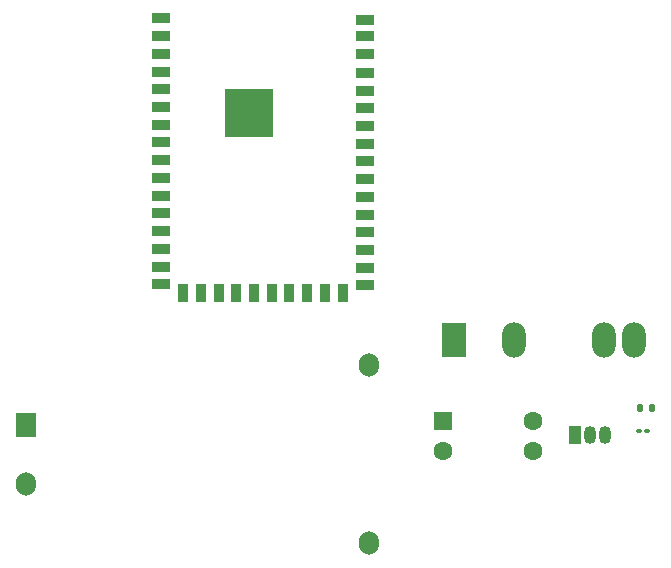
<source format=gbr>
%TF.GenerationSoftware,KiCad,Pcbnew,9.0.0*%
%TF.CreationDate,2025-04-29T10:42:49+05:30*%
%TF.ProjectId,Smart Water Heater Control,536d6172-7420-4576-9174-657220486561,rev?*%
%TF.SameCoordinates,Original*%
%TF.FileFunction,Soldermask,Top*%
%TF.FilePolarity,Negative*%
%FSLAX46Y46*%
G04 Gerber Fmt 4.6, Leading zero omitted, Abs format (unit mm)*
G04 Created by KiCad (PCBNEW 9.0.0) date 2025-04-29 10:42:49*
%MOMM*%
%LPD*%
G01*
G04 APERTURE LIST*
G04 Aperture macros list*
%AMRoundRect*
0 Rectangle with rounded corners*
0 $1 Rounding radius*
0 $2 $3 $4 $5 $6 $7 $8 $9 X,Y pos of 4 corners*
0 Add a 4 corners polygon primitive as box body*
4,1,4,$2,$3,$4,$5,$6,$7,$8,$9,$2,$3,0*
0 Add four circle primitives for the rounded corners*
1,1,$1+$1,$2,$3*
1,1,$1+$1,$4,$5*
1,1,$1+$1,$6,$7*
1,1,$1+$1,$8,$9*
0 Add four rect primitives between the rounded corners*
20,1,$1+$1,$2,$3,$4,$5,0*
20,1,$1+$1,$4,$5,$6,$7,0*
20,1,$1+$1,$6,$7,$8,$9,0*
20,1,$1+$1,$8,$9,$2,$3,0*%
G04 Aperture macros list end*
%ADD10R,1.500000X0.900000*%
%ADD11R,0.900000X1.500000*%
%ADD12R,4.100000X4.100000*%
%ADD13R,2.000000X3.000000*%
%ADD14O,2.000000X3.000000*%
%ADD15RoundRect,0.135000X-0.135000X-0.185000X0.135000X-0.185000X0.135000X0.185000X-0.135000X0.185000X0*%
%ADD16R,1.700000X2.000000*%
%ADD17O,1.700000X2.000000*%
%ADD18R,1.050000X1.500000*%
%ADD19O,1.050000X1.500000*%
%ADD20RoundRect,0.100000X-0.130000X-0.100000X0.130000X-0.100000X0.130000X0.100000X-0.130000X0.100000X0*%
%ADD21RoundRect,0.250000X-0.550000X-0.550000X0.550000X-0.550000X0.550000X0.550000X-0.550000X0.550000X0*%
%ADD22C,1.600000*%
G04 APERTURE END LIST*
D10*
%TO.C,U3*%
X93050000Y-105515000D03*
X93050000Y-107015000D03*
X93050000Y-108515000D03*
X93050000Y-110015000D03*
X93050000Y-111515000D03*
X93050000Y-113015000D03*
X93050000Y-114515000D03*
X93050000Y-116015000D03*
X93050000Y-117515000D03*
X93050000Y-119015000D03*
X93050000Y-120515000D03*
X93050000Y-122015000D03*
X93050000Y-123515000D03*
X93050000Y-125015000D03*
X93050000Y-126515000D03*
X93050000Y-128015000D03*
D11*
X94925000Y-128765000D03*
X96425000Y-128765000D03*
X97925000Y-128765000D03*
X99425000Y-128765000D03*
X100925000Y-128765000D03*
X102425000Y-128765000D03*
X103925000Y-128765000D03*
X105425000Y-128765000D03*
X106925000Y-128765000D03*
X108425000Y-128765000D03*
D10*
X110300000Y-128115000D03*
X110300000Y-126615000D03*
X110300000Y-125115000D03*
X110300000Y-123615000D03*
X110300000Y-122115000D03*
X110300000Y-120615000D03*
X110300000Y-119115000D03*
X110300000Y-117615000D03*
X110300000Y-116115000D03*
X110300000Y-114615000D03*
X110300000Y-113115000D03*
X110300000Y-111615000D03*
X110300000Y-110115000D03*
X110300000Y-108515000D03*
X110300000Y-107015000D03*
X110300000Y-105615000D03*
D12*
X100485000Y-113555000D03*
%TD*%
D13*
%TO.C,U4*%
X117865000Y-132760000D03*
D14*
X122945000Y-132760000D03*
X130565000Y-132760000D03*
X133105000Y-132760000D03*
%TD*%
D15*
%TO.C,R2*%
X133575000Y-138530000D03*
X134595000Y-138530000D03*
%TD*%
D16*
%TO.C,PS1*%
X81620000Y-139895000D03*
D17*
X81620000Y-144895000D03*
X110700000Y-134895000D03*
X110700000Y-149895000D03*
%TD*%
D18*
%TO.C,U1*%
X128105000Y-140790000D03*
D19*
X129375000Y-140790000D03*
X130645000Y-140790000D03*
%TD*%
D20*
%TO.C,R1*%
X133535000Y-140400000D03*
X134175000Y-140400000D03*
%TD*%
D21*
%TO.C,U2*%
X116925000Y-139580000D03*
D22*
X116925000Y-142120000D03*
X124545000Y-142120000D03*
X124545000Y-139580000D03*
%TD*%
M02*

</source>
